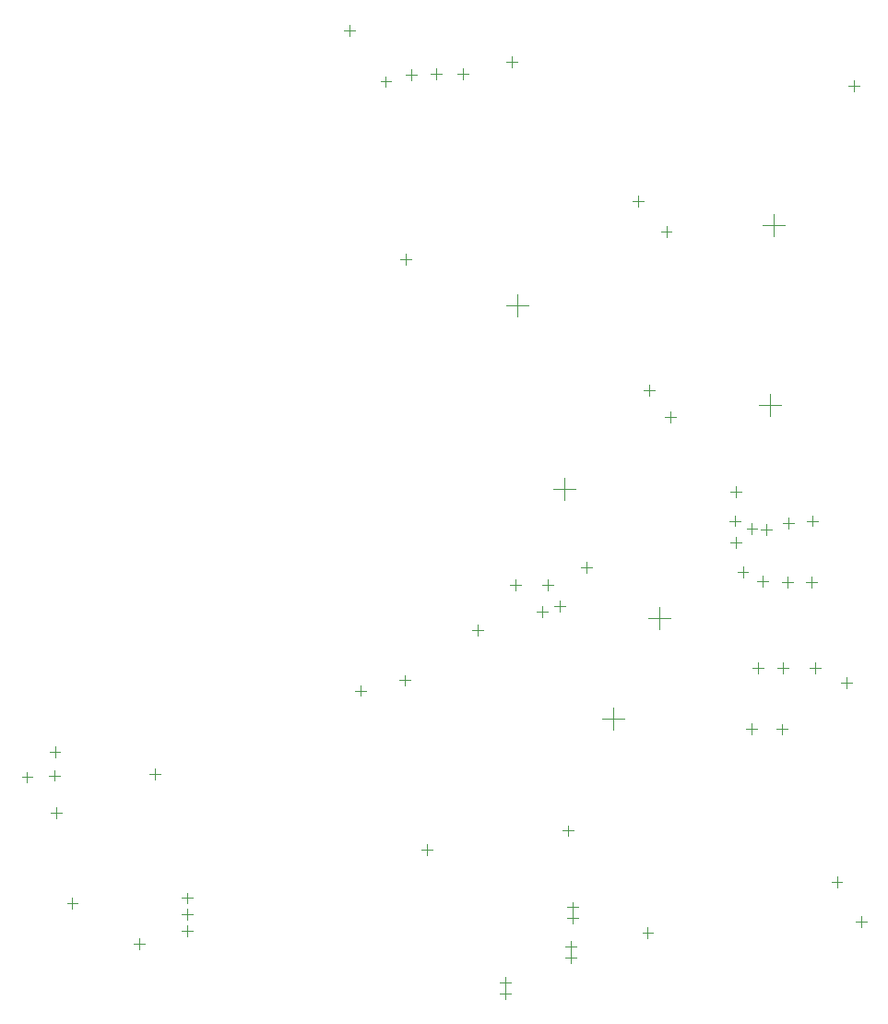
<source format=gbr>
G04*
G04 #@! TF.GenerationSoftware,Altium Limited,Altium Designer,24.9.1 (31)*
G04*
G04 Layer_Color=32768*
%FSLAX25Y25*%
%MOIN*%
G70*
G04*
G04 #@! TF.SameCoordinates,8C3FED30-37FA-4A54-8C90-A1F039295453*
G04*
G04*
G04 #@! TF.FilePolarity,Positive*
G04*
G01*
G75*
%ADD185C,0.00394*%
D185*
X214265Y-315881D02*
X218202D01*
X216234Y-317850D02*
Y-313913D01*
X234471Y-238457D02*
Y-234520D01*
X232502Y-236488D02*
X236439D01*
X344442Y-274357D02*
Y-270420D01*
X342474Y-272389D02*
X346411D01*
X346903Y-200008D02*
Y-196071D01*
X344934Y-198040D02*
X348871D01*
X331738Y-199889D02*
X335675D01*
X333707Y-201857D02*
Y-197920D01*
X327848Y-206861D02*
Y-202924D01*
X325880Y-204892D02*
X329817D01*
X335517Y-218991D02*
X339454D01*
X337485Y-220960D02*
Y-217023D01*
X336941Y-200364D02*
X340878D01*
X338910Y-202333D02*
Y-198396D01*
X335879Y-252140D02*
Y-248203D01*
X333911Y-250171D02*
X337848D01*
X344934Y-252184D02*
Y-248247D01*
X342966Y-250215D02*
X346903D01*
X354596D02*
X358533D01*
X356565Y-252184D02*
Y-248247D01*
X365801Y-255548D02*
X369738D01*
X367769Y-257516D02*
Y-253579D01*
X353320Y-219108D02*
X357257D01*
X355288Y-221076D02*
Y-217139D01*
X333469Y-274098D02*
Y-270162D01*
X331500Y-272130D02*
X335437D01*
X330426Y-217593D02*
Y-213656D01*
X328458Y-215624D02*
X332395D01*
X355581Y-199062D02*
Y-195125D01*
X353612Y-197094D02*
X357549D01*
X325585Y-197094D02*
X329522D01*
X327553Y-199062D02*
Y-195125D01*
X327848Y-188649D02*
Y-184713D01*
X325880Y-186681D02*
X329817D01*
X344503Y-219108D02*
X348440D01*
X346472Y-221076D02*
Y-217139D01*
X340099Y-159251D02*
Y-151215D01*
X336081Y-155233D02*
X344117D01*
X304328Y-161435D02*
Y-157498D01*
X302359Y-159466D02*
X306296D01*
X290543Y-81662D02*
X294479D01*
X292511Y-83630D02*
Y-79693D01*
X302756Y-94572D02*
Y-90635D01*
X300788Y-92604D02*
X304725D01*
X208489Y-104592D02*
Y-100655D01*
X206520Y-102623D02*
X210457D01*
X296432Y-151982D02*
Y-148045D01*
X294463Y-150013D02*
X298400D01*
X272047Y-213779D02*
X275984D01*
X274016Y-215748D02*
Y-211811D01*
X257780Y-231936D02*
Y-227999D01*
X255812Y-229967D02*
X259749D01*
X262260Y-227858D02*
X266197D01*
X264228Y-229826D02*
Y-225889D01*
X259993Y-222257D02*
Y-218320D01*
X258025Y-220289D02*
X261962D01*
X208312Y-256680D02*
Y-252743D01*
X206343Y-254711D02*
X210280D01*
X190164Y-258437D02*
X194101D01*
X192132Y-260405D02*
Y-256469D01*
X265800Y-189627D02*
Y-181590D01*
X261782Y-185609D02*
X269818D01*
X283671Y-272560D02*
Y-264524D01*
X279653Y-268542D02*
X287689D01*
X300298Y-236125D02*
Y-228088D01*
X296280Y-232106D02*
X304316D01*
X341581Y-94250D02*
Y-86214D01*
X337563Y-90232D02*
X345600D01*
X248838Y-123251D02*
Y-115215D01*
X244820Y-119233D02*
X252856D01*
X188172Y-21903D02*
Y-17966D01*
X186204Y-19934D02*
X190141D01*
X248320Y-222257D02*
Y-218320D01*
X246352Y-220289D02*
X250289D01*
X127716Y-345359D02*
X131653D01*
X129684Y-347328D02*
Y-343391D01*
X127716Y-339307D02*
X131653D01*
X129684Y-341275D02*
Y-337338D01*
X127716Y-333394D02*
X131653D01*
X129684Y-335362D02*
Y-331425D01*
X79724Y-289101D02*
X83661D01*
X81692Y-291069D02*
Y-287132D01*
X71713Y-291681D02*
Y-287744D01*
X69744Y-289712D02*
X73681D01*
X79768Y-280507D02*
X83705D01*
X81737Y-282476D02*
Y-278539D01*
X117853Y-290421D02*
Y-286484D01*
X115885Y-288452D02*
X119822D01*
X112334Y-351828D02*
Y-347891D01*
X110365Y-349860D02*
X114302D01*
X86094Y-335177D02*
X90031D01*
X88062Y-337146D02*
Y-333209D01*
X80319Y-302507D02*
X84256D01*
X82288Y-304476D02*
Y-300539D01*
X373228Y-343760D02*
Y-339823D01*
X371260Y-341791D02*
X375197D01*
X364405Y-329638D02*
Y-325701D01*
X362436Y-327669D02*
X366373D01*
X265295Y-309061D02*
X269232D01*
X267264Y-311029D02*
Y-307092D01*
X368706Y-40011D02*
X372643D01*
X370675Y-41980D02*
Y-38043D01*
X242705Y-367930D02*
X246642D01*
X244673Y-369899D02*
Y-365962D01*
X242705Y-364039D02*
X246642D01*
X244673Y-366007D02*
Y-362070D01*
X296047Y-347986D02*
Y-344049D01*
X294079Y-346018D02*
X298016D01*
X268934Y-338695D02*
Y-334758D01*
X266966Y-336726D02*
X270903D01*
X268934Y-342516D02*
Y-338579D01*
X266966Y-340548D02*
X270903D01*
X268162Y-352907D02*
Y-348970D01*
X266194Y-350939D02*
X270131D01*
X268162Y-356885D02*
Y-352948D01*
X266194Y-354916D02*
X270131D01*
X210560Y-38001D02*
Y-34064D01*
X208591Y-36032D02*
X212528D01*
X217551Y-35639D02*
X221488D01*
X219519Y-37607D02*
Y-33670D01*
X199416Y-38380D02*
X203353D01*
X201384Y-40349D02*
Y-36412D01*
X244870Y-31108D02*
X248807D01*
X246838Y-33076D02*
Y-29139D01*
X227240Y-35639D02*
X231177D01*
X229208Y-37607D02*
Y-33670D01*
M02*

</source>
